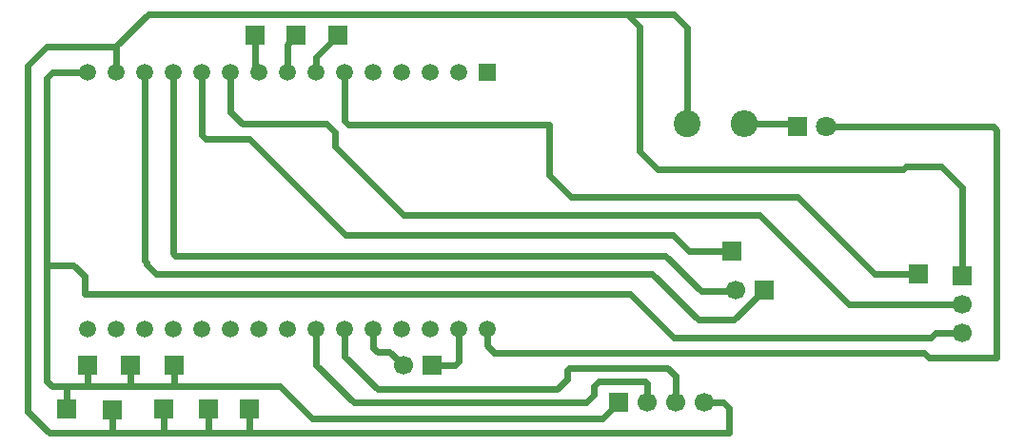
<source format=gbr>
%TF.GenerationSoftware,KiCad,Pcbnew,9.0.1*%
%TF.CreationDate,2025-04-22T17:47:58+03:00*%
%TF.ProjectId,plata,706c6174-612e-46b6-9963-61645f706362,rev?*%
%TF.SameCoordinates,Original*%
%TF.FileFunction,Copper,L1,Top*%
%TF.FilePolarity,Positive*%
%FSLAX46Y46*%
G04 Gerber Fmt 4.6, Leading zero omitted, Abs format (unit mm)*
G04 Created by KiCad (PCBNEW 9.0.1) date 2025-04-22 17:47:58*
%MOMM*%
%LPD*%
G01*
G04 APERTURE LIST*
%TA.AperFunction,ComponentPad*%
%ADD10R,1.700000X1.700000*%
%TD*%
%TA.AperFunction,ComponentPad*%
%ADD11C,1.700000*%
%TD*%
%TA.AperFunction,ComponentPad*%
%ADD12R,1.500000X1.500000*%
%TD*%
%TA.AperFunction,ComponentPad*%
%ADD13C,1.500000*%
%TD*%
%TA.AperFunction,ComponentPad*%
%ADD14C,2.400000*%
%TD*%
%TA.AperFunction,ComponentPad*%
%ADD15O,2.400000X2.400000*%
%TD*%
%TA.AperFunction,ComponentPad*%
%ADD16R,1.800000X1.800000*%
%TD*%
%TA.AperFunction,ComponentPad*%
%ADD17C,1.800000*%
%TD*%
%TA.AperFunction,Conductor*%
%ADD18C,0.600000*%
%TD*%
G04 APERTURE END LIST*
D10*
%TO.P,REF\u002A\u002A,1*%
%TO.N,N/C*%
X194560000Y-150800000D03*
D11*
%TO.P,REF\u002A\u002A,2*%
X197100000Y-150800000D03*
%TO.P,REF\u002A\u002A,3*%
X199640000Y-150800000D03*
%TO.P,REF\u002A\u002A,4*%
X202180000Y-150800000D03*
%TD*%
D10*
%TO.P,REF\u002A\u002A,1*%
%TO.N,N/C*%
X221200000Y-139300000D03*
%TD*%
%TO.P,REF\u002A\u002A,1*%
%TO.N,N/C*%
X161700000Y-151400000D03*
%TD*%
%TO.P,REF\u002A\u002A,1*%
%TO.N,N/C*%
X149500000Y-151450000D03*
%TD*%
%TO.P,REF\u002A\u002A,1*%
%TO.N,N/C*%
X147300000Y-147500000D03*
%TD*%
%TO.P,REF\u002A\u002A,1*%
%TO.N,N/C*%
X177940000Y-147500000D03*
D11*
%TO.P,REF\u002A\u002A,2*%
X175400000Y-147500000D03*
%TD*%
D10*
%TO.P,REF\u002A\u002A,1*%
%TO.N,N/C*%
X162200000Y-118100000D03*
%TD*%
%TO.P,REF\u002A\u002A,1*%
%TO.N,N/C*%
X154050000Y-151350000D03*
%TD*%
%TO.P,REF\u002A\u002A,1*%
%TO.N,N/C*%
X204600000Y-137300000D03*
%TD*%
%TO.P,REF\u002A\u002A,1*%
%TO.N,N/C*%
X151100000Y-147500000D03*
%TD*%
%TO.P,REF\u002A\u002A,1*%
%TO.N,N/C*%
X165900000Y-118100000D03*
%TD*%
%TO.P,REF\u002A\u002A,1*%
%TO.N,N/C*%
X225100000Y-139500000D03*
D11*
%TO.P,REF\u002A\u002A,2*%
X225100000Y-142040000D03*
%TO.P,REF\u002A\u002A,3*%
X225100000Y-144580000D03*
%TD*%
D10*
%TO.P,REF\u002A\u002A,1*%
%TO.N,N/C*%
X169600000Y-118100000D03*
%TD*%
%TO.P,REF\u002A\u002A,1*%
%TO.N,N/C*%
X207475000Y-140800000D03*
D11*
%TO.P,REF\u002A\u002A,2*%
X204935000Y-140800000D03*
%TD*%
D12*
%TO.P,U1,1,GND*%
%TO.N,N/C*%
X182880000Y-121400000D03*
D13*
%TO.P,U1,2,3V3*%
X180340000Y-121400000D03*
%TO.P,U1,3,3V3*%
X177800000Y-121400000D03*
%TO.P,U1,4,IO2*%
X175260000Y-121400000D03*
%TO.P,U1,5,IO3*%
X172720000Y-121400000D03*
%TO.P,U1,6,GND*%
X170180000Y-121400000D03*
%TO.P,U1,7,RST*%
X167640000Y-121400000D03*
%TO.P,U1,8,GND*%
X165100000Y-121400000D03*
%TO.P,U1,9,IO0*%
X162560000Y-121400000D03*
%TO.P,U1,10,IO1*%
X160020000Y-121400000D03*
%TO.P,U1,11,IO10*%
X157480000Y-121400000D03*
%TO.P,U1,12,GND*%
X154940000Y-121400000D03*
%TO.P,U1,13,5V*%
X152400000Y-121400000D03*
%TO.P,U1,14,5V*%
X149860000Y-121400000D03*
%TO.P,U1,15,GND*%
X147320000Y-121400000D03*
%TO.P,U1,16,GND*%
X147320000Y-144260000D03*
%TO.P,U1,17,IO19*%
X149860000Y-144260000D03*
%TO.P,U1,18,IO18*%
X152400000Y-144260000D03*
%TO.P,U1,19,GND*%
X154940000Y-144260000D03*
%TO.P,U1,20,IO4*%
X157480000Y-144260000D03*
%TO.P,U1,21,IO5*%
X160020000Y-144260000D03*
%TO.P,U1,22,IO6*%
X162560000Y-144260000D03*
%TO.P,U1,23,IO7*%
X165100000Y-144260000D03*
%TO.P,U1,24,GND*%
X167640000Y-144260000D03*
%TO.P,U1,25,IO8*%
X170180000Y-144260000D03*
%TO.P,U1,26,IO9*%
X172720000Y-144260000D03*
%TO.P,U1,27,GND*%
X175260000Y-144260000D03*
%TO.P,U1,28,RX*%
X177800000Y-144260000D03*
%TO.P,U1,29,TX*%
X180340000Y-144260000D03*
%TO.P,U1,30,GND*%
X182880000Y-144260000D03*
%TD*%
D10*
%TO.P,REF\u002A\u002A,1*%
%TO.N,N/C*%
X158100000Y-151400000D03*
%TD*%
%TO.P,REF\u002A\u002A,1*%
%TO.N,N/C*%
X145450000Y-151400000D03*
%TD*%
D14*
%TO.P,REF\u002A\u002A,1*%
%TO.N,N/C*%
X200670000Y-126000000D03*
D15*
%TO.P,REF\u002A\u002A,2*%
X205750000Y-126000000D03*
%TD*%
D16*
%TO.P,REF\u002A\u002A,1*%
%TO.N,N/C*%
X210500000Y-126250000D03*
D17*
%TO.P,REF\u002A\u002A,2*%
X213040000Y-126250000D03*
%TD*%
D10*
%TO.P,REF\u002A\u002A,1*%
%TO.N,N/C*%
X155000000Y-147500000D03*
%TD*%
D18*
%TO.N,*%
X204400000Y-151300000D02*
X204400000Y-153500000D01*
X203900000Y-150800000D02*
X204400000Y-151300000D01*
X203900000Y-150800000D02*
X202180000Y-150800000D01*
X161700000Y-153500000D02*
X204400000Y-153500000D01*
X167300000Y-152200000D02*
X193160000Y-152200000D01*
X193160000Y-152200000D02*
X194560000Y-150800000D01*
X155100000Y-149300000D02*
X164400000Y-149300000D01*
X164400000Y-149300000D02*
X167300000Y-152200000D01*
X196900000Y-148900000D02*
X197100000Y-149100000D01*
X192400000Y-149300000D02*
X192800000Y-148900000D01*
X197100000Y-149100000D02*
X197100000Y-150800000D01*
X192800000Y-148900000D02*
X196900000Y-148900000D01*
X192400000Y-150100000D02*
X192400000Y-149300000D01*
X199640000Y-148440000D02*
X199640000Y-150800000D01*
X198900000Y-147700000D02*
X199640000Y-148440000D01*
X190000000Y-147900000D02*
X190200000Y-147700000D01*
X189100000Y-149600000D02*
X190000000Y-148700000D01*
X190200000Y-147700000D02*
X198900000Y-147700000D01*
X173100000Y-149600000D02*
X189100000Y-149600000D01*
X170180000Y-146680000D02*
X173100000Y-149600000D01*
X190000000Y-148700000D02*
X190000000Y-147900000D01*
X170180000Y-144260000D02*
X170180000Y-146680000D01*
X191700000Y-150800000D02*
X192400000Y-150100000D01*
X171000000Y-150800000D02*
X191700000Y-150800000D01*
X167640000Y-144260000D02*
X167640000Y-147440000D01*
X167640000Y-147440000D02*
X171000000Y-150800000D01*
X228200000Y-126550000D02*
X228200000Y-146800000D01*
X222200000Y-146800000D02*
X221750000Y-146350000D01*
X182880000Y-145730000D02*
X182880000Y-144260000D01*
X227900000Y-126250000D02*
X228200000Y-126550000D01*
X221750000Y-146350000D02*
X183500000Y-146350000D01*
X213040000Y-126250000D02*
X227900000Y-126250000D01*
X228200000Y-146800000D02*
X222200000Y-146800000D01*
X183500000Y-146350000D02*
X182880000Y-145730000D01*
X222720000Y-144580000D02*
X225100000Y-144580000D01*
X147050000Y-141100000D02*
X195600000Y-141100000D01*
X199500000Y-145000000D02*
X222300000Y-145000000D01*
X222300000Y-145000000D02*
X222720000Y-144580000D01*
X147050000Y-139550000D02*
X147050000Y-141100000D01*
X146050000Y-138550000D02*
X147050000Y-139550000D01*
X143700000Y-138550000D02*
X146050000Y-138550000D01*
X195600000Y-141100000D02*
X199500000Y-145000000D01*
X161700000Y-127300000D02*
X157800000Y-127300000D01*
X157800000Y-127300000D02*
X157480000Y-126980000D01*
X170300000Y-135900000D02*
X161700000Y-127300000D01*
X199400000Y-135900000D02*
X170300000Y-135900000D01*
X200800000Y-137300000D02*
X199400000Y-135900000D01*
X204600000Y-137300000D02*
X200800000Y-137300000D01*
X157480000Y-126980000D02*
X157480000Y-121400000D01*
X215040000Y-142040000D02*
X225100000Y-142040000D01*
X207100000Y-134100000D02*
X215040000Y-142040000D01*
X169300000Y-126700000D02*
X169300000Y-128000000D01*
X175400000Y-134100000D02*
X207100000Y-134100000D01*
X168600000Y-126000000D02*
X169300000Y-126700000D01*
X160020000Y-124920000D02*
X161100000Y-126000000D01*
X169300000Y-128000000D02*
X175400000Y-134100000D01*
X160020000Y-121400000D02*
X160020000Y-124920000D01*
X161100000Y-126000000D02*
X168600000Y-126000000D01*
X197500000Y-139300000D02*
X201640000Y-143440000D01*
X153400000Y-139300000D02*
X197500000Y-139300000D01*
X152550000Y-138450000D02*
X153400000Y-139300000D01*
X201640000Y-143440000D02*
X204835000Y-143440000D01*
X152550000Y-138300000D02*
X152550000Y-138450000D01*
X152400000Y-138150000D02*
X152550000Y-138300000D01*
X204835000Y-143440000D02*
X207475000Y-140800000D01*
X152400000Y-121400000D02*
X152400000Y-138150000D01*
X198700000Y-137700000D02*
X201900000Y-140900000D01*
X155150000Y-137700000D02*
X198700000Y-137700000D01*
X201900000Y-140900000D02*
X204600000Y-140900000D01*
X154940000Y-121400000D02*
X154940000Y-137490000D01*
X154940000Y-137490000D02*
X155150000Y-137700000D01*
X149800000Y-119100000D02*
X149860000Y-119040000D01*
X170180000Y-121400000D02*
X170180000Y-125730000D01*
X143700000Y-121900000D02*
X143700000Y-138550000D01*
X149860000Y-119040000D02*
X149860000Y-121400000D01*
X167640000Y-120060000D02*
X169600000Y-118100000D01*
X151100000Y-147500000D02*
X151100000Y-149300000D01*
X188350000Y-126050000D02*
X188350000Y-130550000D01*
X145450000Y-149350000D02*
X145450000Y-151400000D01*
X174200000Y-146300000D02*
X175400000Y-147500000D01*
X170500000Y-126050000D02*
X188350000Y-126050000D01*
X173100000Y-146300000D02*
X174200000Y-146300000D01*
X143700000Y-148900000D02*
X144150000Y-149350000D01*
X151100000Y-149300000D02*
X149500000Y-149300000D01*
X205750000Y-126000000D02*
X210250000Y-126000000D01*
X158000000Y-153500000D02*
X161700000Y-153500000D01*
X158100000Y-151400000D02*
X158100000Y-153400000D01*
X155100000Y-149300000D02*
X151100000Y-149300000D01*
X190300000Y-132500000D02*
X210500000Y-132500000D01*
X219900000Y-130000000D02*
X220100000Y-129800000D01*
X180340000Y-147160000D02*
X180000000Y-147500000D01*
X180340000Y-144260000D02*
X180340000Y-147160000D01*
X162200000Y-121040000D02*
X162560000Y-121400000D01*
X143700000Y-138550000D02*
X143700000Y-148900000D01*
X149500000Y-151450000D02*
X149500000Y-153400000D01*
X155000000Y-147500000D02*
X155000000Y-149200000D01*
X162200000Y-118100000D02*
X162200000Y-121040000D01*
X196400000Y-128400000D02*
X198000000Y-130000000D01*
X199450000Y-116200000D02*
X195300000Y-116200000D01*
X149600000Y-153500000D02*
X143900000Y-153500000D01*
X147300000Y-149300000D02*
X145500000Y-149300000D01*
X191200000Y-116200000D02*
X152700000Y-116200000D01*
X154000000Y-153500000D02*
X158000000Y-153500000D01*
X217300000Y-139300000D02*
X221200000Y-139300000D01*
X172720000Y-145920000D02*
X173100000Y-146300000D01*
X142000000Y-120800000D02*
X143700000Y-119100000D01*
X225100000Y-131600000D02*
X225100000Y-139500000D01*
X142000000Y-151600000D02*
X142000000Y-120800000D01*
X143900000Y-153500000D02*
X142000000Y-151600000D01*
X210500000Y-132500000D02*
X217300000Y-139300000D01*
X220100000Y-129800000D02*
X223300000Y-129800000D01*
X158100000Y-153400000D02*
X158000000Y-153500000D01*
X161700000Y-151400000D02*
X161700000Y-153500000D01*
X143700000Y-119100000D02*
X149800000Y-119100000D01*
X154050000Y-151350000D02*
X154050000Y-153450000D01*
X196400000Y-117300000D02*
X196400000Y-128400000D01*
X188350000Y-130550000D02*
X190300000Y-132500000D01*
X154050000Y-153450000D02*
X154000000Y-153500000D01*
X180000000Y-147500000D02*
X177940000Y-147500000D01*
X195300000Y-116200000D02*
X191200000Y-116200000D01*
X144200000Y-121400000D02*
X147320000Y-121400000D01*
X149500000Y-153400000D02*
X149600000Y-153500000D01*
X200670000Y-126000000D02*
X200670000Y-117420000D01*
X198000000Y-130000000D02*
X219900000Y-130000000D01*
X195300000Y-116200000D02*
X196400000Y-117300000D01*
X145500000Y-149300000D02*
X145450000Y-149350000D01*
X170180000Y-125730000D02*
X170500000Y-126050000D01*
X165100000Y-118900000D02*
X165100000Y-121400000D01*
X223300000Y-129800000D02*
X225100000Y-131600000D01*
X165900000Y-118100000D02*
X165100000Y-118900000D01*
X154000000Y-153500000D02*
X149600000Y-153500000D01*
X200670000Y-117420000D02*
X199450000Y-116200000D01*
X144150000Y-149350000D02*
X145450000Y-149350000D01*
X149500000Y-149300000D02*
X147300000Y-149300000D01*
X155000000Y-149200000D02*
X155100000Y-149300000D01*
X167640000Y-121400000D02*
X167640000Y-120060000D01*
X152700000Y-116200000D02*
X149860000Y-119040000D01*
X172720000Y-144260000D02*
X172720000Y-145920000D01*
X210250000Y-126000000D02*
X210500000Y-126250000D01*
X143700000Y-121900000D02*
X144200000Y-121400000D01*
X147300000Y-147500000D02*
X147300000Y-149300000D01*
%TD*%
M02*

</source>
